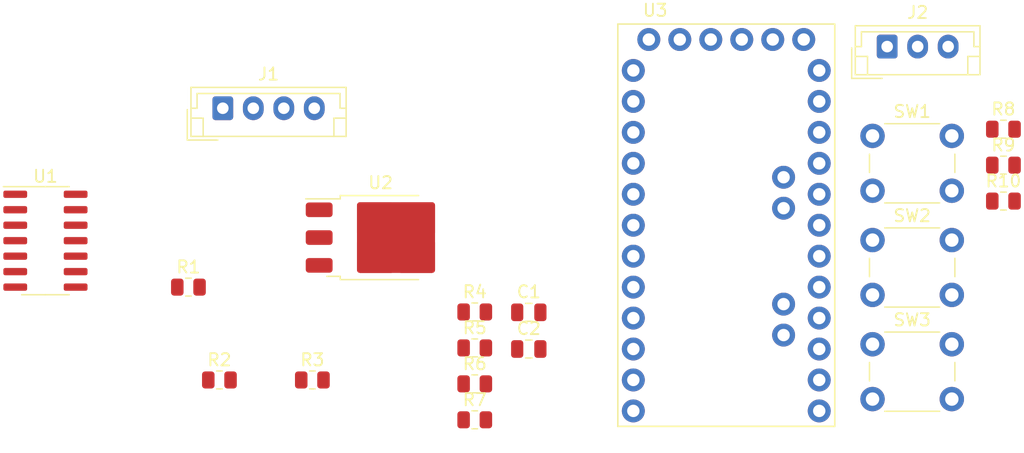
<source format=kicad_pcb>
(kicad_pcb (version 20221018) (generator pcbnew)
  (layers (0 "F.Cu" signal) (31 "B.Cu" signal) (34 "B.Paste" user) (35 "F.Paste" user) (36 "B.SilkS" user "B.Silkscreen") (37 "F.SilkS" user "F.Silkscreen") (38 "B.Mask" user) (39 "F.Mask" user) (44 "Edge.Cuts" user))
  (net 0 "")
  (net 1 "K-Line 2")
  (net 2 "K-Line")
  (net 3 "+12V")
  (net 4 "GND")
  (net 5 "5V")
  (net 6 "RX")
  (net 7 "Net-(U1A-+)")
  (net 8 "Net-(U1A--)")
  (net 9 "Net-(U1B--)")
  (net 10 "TX")
  (net 11 "CLOCK")
  (net 12 "DATA")
  (net 13 "ENABLE")
  (net 17 "BTN-UP")
  (net 18 "BTN-DOWN")
  (net 19 "BTN-ENTER")
  (footprint "Package_TO_SOT_SMD:TO-252-3_TabPin2" (layer "F.Cu") (at 124.065 72.135)
    (fp_text reference "U2" (at 0 -4.5) (layer "F.SilkS"))
    (fp_text value "L7805")
    (fp_line (start -3.31 -3.45) (end -3.31 -3.18) (stroke (width 0.12)) (layer "F.SilkS"))
    (fp_line (start -3.31 -3.18) (end -6.14 -3.18) (stroke (width 0.12)) (layer "F.SilkS"))
    (fp_line (start -3.31 3.18) (end -4.41 3.18) (stroke (width 0.12)) (layer "F.SilkS"))
    (fp_line (start -3.31 3.45) (end -3.31 3.18) (stroke (width 0.12)) (layer "F.SilkS"))
    (fp_line (start 3.11 -3.45) (end -3.31 -3.45) (stroke (width 0.12)) (layer "F.SilkS"))
    (fp_line (start 3.11 3.45) (end -3.31 3.45) (stroke (width 0.12)) (layer "F.SilkS"))
    (pad "1" smd roundrect (at -5.04 -2.28) (size 2.2 1.2) (layers "F.Cu" "F.Paste" "F.Mask") (roundrect_rratio 0.208333) (net 3 "+12V"))
    (pad "2" smd roundrect (at -5.04 0) (size 2.2 1.2) (layers "F.Cu" "F.Paste" "F.Mask") (roundrect_rratio 0.208333) (net 4 "GND"))
    (pad "2" smd roundrect (at -0.415 -1.525) (size 3.05 2.75) (layers "F.Cu" "F.Paste") (roundrect_rratio 0.090909) (net 4 "GND"))
    (pad "2" smd roundrect (at -0.415 1.525) (size 3.05 2.75) (layers "F.Cu" "F.Paste") (roundrect_rratio 0.090909) (net 4 "GND"))
    (pad "2" smd roundrect (at 1.26 0) (size 6.4 5.8) (layers "F.Cu" "F.Mask") (roundrect_rratio 0.043103) (net 4 "GND"))
    (pad "2" smd roundrect (at 2.935 -1.525) (size 3.05 2.75) (layers "F.Cu" "F.Paste") (roundrect_rratio 0.090909) (net 4 "GND"))
    (pad "2" smd roundrect (at 2.935 1.525) (size 3.05 2.75) (layers "F.Cu" "F.Paste") (roundrect_rratio 0.090909) (net 4 "GND"))
    (pad "3" smd roundrect (at -5.04 2.28) (size 2.2 1.2) (layers "F.Cu" "F.Paste" "F.Mask") (roundrect_rratio 0.208333) (net 5 "5V"))
  )
  (footprint "Resistor_SMD:R_0805_2012Metric" (layer "F.Cu") (at 131.78 78.24)
    (fp_text reference "R4" (at 0 -1.65) (layer "F.SilkS"))
    (fp_text value "10k")
    (fp_line (start -0.227064 -0.735) (end 0.227064 -0.735) (stroke (width 0.12)) (layer "F.SilkS"))
    (fp_line (start -0.227064 0.735) (end 0.227064 0.735) (stroke (width 0.12)) (layer "F.SilkS"))
    (pad "1" smd roundrect (at -0.9125 0) (size 1.025 1.4) (layers "F.Cu" "F.Paste" "F.Mask") (roundrect_rratio 0.243902) (net 5 "5V"))
    (pad "2" smd roundrect (at 0.9125 0) (size 1.025 1.4) (layers "F.Cu" "F.Paste" "F.Mask") (roundrect_rratio 0.243902) (net 9 "Net-(U1B--)"))
  )
  (footprint "Resistor_SMD:R_0805_2012Metric" (layer "F.Cu") (at 118.4675 83.82)
    (fp_text reference "R3" (at 0 -1.65) (layer "F.SilkS"))
    (fp_text value "1k")
    (fp_line (start -0.227064 -0.735) (end 0.227064 -0.735) (stroke (width 0.12)) (layer "F.SilkS"))
    (fp_line (start -0.227064 0.735) (end 0.227064 0.735) (stroke (width 0.12)) (layer "F.SilkS"))
    (pad "1" smd roundrect (at -0.9125 0) (size 1.025 1.4) (layers "F.Cu" "F.Paste" "F.Mask") (roundrect_rratio 0.243902) (net 3 "+12V"))
    (pad "2" smd roundrect (at 0.9125 0) (size 1.025 1.4) (layers "F.Cu" "F.Paste" "F.Mask") (roundrect_rratio 0.243902) (net 2 "K-Line"))
  )
  (footprint "Button_Switch_THT:SW_PUSH_6mm" (layer "F.Cu") (at 164.39 63.79)
    (fp_text reference "SW1" (at 3.25 -2) (layer "F.SilkS"))
    (fp_text value "SW_Push")
    (fp_line (start -0.25 1.5) (end -0.25 3) (stroke (width 0.12)) (layer "F.SilkS"))
    (fp_line (start 1 5.5) (end 5.5 5.5) (stroke (width 0.12)) (layer "F.SilkS"))
    (fp_line (start 5.5 -1) (end 1 -1) (stroke (width 0.12)) (layer "F.SilkS"))
    (fp_line (start 6.75 3) (end 6.75 1.5) (stroke (width 0.12)) (layer "F.SilkS"))
    (pad "1" thru_hole circle (at 0 0 90) (size 2 2) (drill 1.1) (layers "*.Cu" "*.Mask") (net 17 "BTN-UP"))
    (pad "1" thru_hole circle (at 6.5 0 90) (size 2 2) (drill 1.1) (layers "*.Cu" "*.Mask") (net 17 "BTN-UP"))
    (pad "2" thru_hole circle (at 0 4.5 90) (size 2 2) (drill 1.1) (layers "*.Cu" "*.Mask") (net 5 "5V"))
    (pad "2" thru_hole circle (at 6.5 4.5 90) (size 2 2) (drill 1.1) (layers "*.Cu" "*.Mask") (net 5 "5V"))
  )
  (footprint "Resistor_SMD:R_0805_2012Metric" (layer "F.Cu") (at 175.12 66.19)
    (fp_text reference "R9" (at 0 -1.65) (layer "F.SilkS"))
    (fp_text value "10k")
    (fp_line (start -0.227064 -0.735) (end 0.227064 -0.735) (stroke (width 0.12)) (layer "F.SilkS"))
    (fp_line (start -0.227064 0.735) (end 0.227064 0.735) (stroke (width 0.12)) (layer "F.SilkS"))
    (pad "1" smd roundrect (at -0.9125 0) (size 1.025 1.4) (layers "F.Cu" "F.Paste" "F.Mask") (roundrect_rratio 0.243902) (net 4 "GND"))
    (pad "2" smd roundrect (at 0.9125 0) (size 1.025 1.4) (layers "F.Cu" "F.Paste" "F.Mask") (roundrect_rratio 0.243902) (net 18 "BTN-DOWN"))
  )
  (footprint "Connector_JST:JST_EH_B4B-EH-A_1x04_P2.50mm_Vertical" (layer "F.Cu") (at 111.125 61.52)
    (fp_text reference "J1" (at 3.75 -2.8) (layer "F.SilkS"))
    (fp_text value "Conn_01x04")
    (fp_line (start -2.91 0.11) (end -2.91 2.61) (stroke (width 0.12)) (layer "F.SilkS"))
    (fp_line (start -2.91 2.61) (end -0.41 2.61) (stroke (width 0.12)) (layer "F.SilkS"))
    (fp_line (start -2.61 -1.71) (end -2.61 2.31) (stroke (width 0.12)) (layer "F.SilkS"))
    (fp_line (start -2.61 0) (end -2.11 0) (stroke (width 0.12)) (layer "F.SilkS"))
    (fp_line (start -2.61 0.81) (end -1.61 0.81) (stroke (width 0.12)) (layer "F.SilkS"))
    (fp_line (start -2.61 2.31) (end 10.11 2.31) (stroke (width 0.12)) (layer "F.SilkS"))
    (fp_line (start -2.11 -1.21) (end 9.61 -1.21) (stroke (width 0.12)) (layer "F.SilkS"))
    (fp_line (start -2.11 0) (end -2.11 -1.21) (stroke (width 0.12)) (layer "F.SilkS"))
    (fp_line (start -1.61 0.81) (end -1.61 2.31) (stroke (width 0.12)) (layer "F.SilkS"))
    (fp_line (start 9.11 0.81) (end 9.11 2.31) (stroke (width 0.12)) (layer "F.SilkS"))
    (fp_line (start 9.61 -1.21) (end 9.61 0) (stroke (width 0.12)) (layer "F.SilkS"))
    (fp_line (start 9.61 0) (end 10.11 0) (stroke (width 0.12)) (layer "F.SilkS"))
    (fp_line (start 10.11 -1.71) (end -2.61 -1.71) (stroke (width 0.12)) (layer "F.SilkS"))
    (fp_line (start 10.11 0.81) (end 9.11 0.81) (stroke (width 0.12)) (layer "F.SilkS"))
    (fp_line (start 10.11 2.31) (end 10.11 -1.71) (stroke (width 0.12)) (layer "F.SilkS"))
    (pad "1" thru_hole roundrect (at 0 0) (size 1.7 1.95) (drill 0.95) (layers "*.Cu" "*.Mask") (roundrect_rratio 0.147059) (net 1 "K-Line 2"))
    (pad "2" thru_hole oval (at 2.5 0) (size 1.7 1.95) (drill 0.95) (layers "*.Cu" "*.Mask") (net 2 "K-Line"))
    (pad "3" thru_hole oval (at 5 0) (size 1.7 1.95) (drill 0.95) (layers "*.Cu" "*.Mask") (net 3 "+12V"))
    (pad "4" thru_hole oval (at 7.5 0) (size 1.7 1.95) (drill 0.95) (layers "*.Cu" "*.Mask") (net 4 "GND"))
  )
  (footprint "Button_Switch_THT:SW_PUSH_6mm" (layer "F.Cu") (at 164.39 72.34)
    (fp_text reference "SW2" (at 3.25 -2) (layer "F.SilkS"))
    (fp_text value "SW_Push")
    (fp_line (start -0.25 1.5) (end -0.25 3) (stroke (width 0.12)) (layer "F.SilkS"))
    (fp_line (start 1 5.5) (end 5.5 5.5) (stroke (width 0.12)) (layer "F.SilkS"))
    (fp_line (start 5.5 -1) (end 1 -1) (stroke (width 0.12)) (layer "F.SilkS"))
    (fp_line (start 6.75 3) (end 6.75 1.5) (stroke (width 0.12)) (layer "F.SilkS"))
    (pad "1" thru_hole circle (at 0 0 90) (size 2 2) (drill 1.1) (layers "*.Cu" "*.Mask") (net 18 "BTN-DOWN"))
    (pad "1" thru_hole circle (at 6.5 0 90) (size 2 2) (drill 1.1) (layers "*.Cu" "*.Mask") (net 18 "BTN-DOWN"))
    (pad "2" thru_hole circle (at 0 4.5 90) (size 2 2) (drill 1.1) (layers "*.Cu" "*.Mask") (net 5 "5V"))
    (pad "2" thru_hole circle (at 6.5 4.5 90) (size 2 2) (drill 1.1) (layers "*.Cu" "*.Mask") (net 5 "5V"))
  )
  (footprint "Capacitor_SMD:C_0805_2012Metric" (layer "F.Cu") (at 136.21 81.28)
    (fp_text reference "C2" (at 0 -1.68) (layer "F.SilkS"))
    (fp_text value "C")
    (fp_line (start -0.261252 -0.735) (end 0.261252 -0.735) (stroke (width 0.12)) (layer "F.SilkS"))
    (fp_line (start -0.261252 0.735) (end 0.261252 0.735) (stroke (width 0.12)) (layer "F.SilkS"))
    (pad "1" smd roundrect (at -0.95 0) (size 1 1.45) (layers "F.Cu" "F.Paste" "F.Mask") (net 5 "5V"))
    (pad "2" smd roundrect (at 0.95 0) (size 1 1.45) (layers "F.Cu" "F.Paste" "F.Mask") (net 4 "GND"))
  )
  (footprint "Capacitor_SMD:C_0805_2012Metric" (layer "F.Cu") (at 136.21 78.27)
    (fp_text reference "C1" (at 0 -1.68) (layer "F.SilkS"))
    (fp_text value "C")
    (fp_line (start -0.261252 -0.735) (end 0.261252 -0.735) (stroke (width 0.12)) (layer "F.SilkS"))
    (fp_line (start -0.261252 0.735) (end 0.261252 0.735) (stroke (width 0.12)) (layer "F.SilkS"))
    (pad "1" smd roundrect (at -0.95 0) (size 1 1.45) (layers "F.Cu" "F.Paste" "F.Mask") (net 3 "+12V"))
    (pad "2" smd roundrect (at 0.95 0) (size 1 1.45) (layers "F.Cu" "F.Paste" "F.Mask") (net 4 "GND"))
  )
  (footprint "Resistor_SMD:R_0805_2012Metric" (layer "F.Cu") (at 110.8475 83.82)
    (fp_text reference "R2" (at 0 -1.65) (layer "F.SilkS"))
    (fp_text value "10k")
    (fp_line (start -0.227064 -0.735) (end 0.227064 -0.735) (stroke (width 0.12)) (layer "F.SilkS"))
    (fp_line (start -0.227064 0.735) (end 0.227064 0.735) (stroke (width 0.12)) (layer "F.SilkS"))
    (pad "1" smd roundrect (at -0.9125 0) (size 1.025 1.4) (layers "F.Cu" "F.Paste" "F.Mask") (roundrect_rratio 0.243902) (net 8 "Net-(U1A--)"))
    (pad "2" smd roundrect (at 0.9125 0) (size 1.025 1.4) (layers "F.Cu" "F.Paste" "F.Mask") (roundrect_rratio 0.243902) (net 4 "GND"))
  )
  (footprint "Resistor_SMD:R_0805_2012Metric" (layer "F.Cu") (at 175.12 63.24)
    (fp_text reference "R8" (at 0 -1.65) (layer "F.SilkS"))
    (fp_text value "10k")
    (fp_line (start -0.227064 -0.735) (end 0.227064 -0.735) (stroke (width 0.12)) (layer "F.SilkS"))
    (fp_line (start -0.227064 0.735) (end 0.227064 0.735) (stroke (width 0.12)) (layer "F.SilkS"))
    (pad "1" smd roundrect (at -0.9125 0) (size 1.025 1.4) (layers "F.Cu" "F.Paste" "F.Mask") (roundrect_rratio 0.243902) (net 4 "GND"))
    (pad "2" smd roundrect (at 0.9125 0) (size 1.025 1.4) (layers "F.Cu" "F.Paste" "F.Mask") (roundrect_rratio 0.243902) (net 17 "BTN-UP"))
  )
  (footprint "Resistor_SMD:R_0805_2012Metric" (layer "F.Cu") (at 131.78 81.19)
    (fp_text reference "R5" (at 0 -1.65) (layer "F.SilkS"))
    (fp_text value "10k")
    (fp_line (start -0.227064 -0.735) (end 0.227064 -0.735) (stroke (width 0.12)) (layer "F.SilkS"))
    (fp_line (start -0.227064 0.735) (end 0.227064 0.735) (stroke (width 0.12)) (layer "F.SilkS"))
    (pad "1" smd roundrect (at -0.9125 0) (size 1.025 1.4) (layers "F.Cu" "F.Paste" "F.Mask") (roundrect_rratio 0.243902) (net 9 "Net-(U1B--)"))
    (pad "2" smd roundrect (at 0.9125 0) (size 1.025 1.4) (layers "F.Cu" "F.Paste" "F.Mask") (roundrect_rratio 0.243902) (net 4 "GND"))
  )
  (footprint "Resistor_SMD:R_0805_2012Metric" (layer "F.Cu") (at 131.78 87.09)
    (fp_text reference "R7" (at 0 -1.65) (layer "F.SilkS"))
    (fp_text value "1k")
    (fp_line (start -0.227064 -0.735) (end 0.227064 -0.735) (stroke (width 0.12)) (layer "F.SilkS"))
    (fp_line (start -0.227064 0.735) (end 0.227064 0.735) (stroke (width 0.12)) (layer "F.SilkS"))
    (pad "1" smd roundrect (at -0.9125 0) (size 1.025 1.4) (layers "F.Cu" "F.Paste" "F.Mask") (roundrect_rratio 0.243902) (net 3 "+12V"))
    (pad "2" smd roundrect (at 0.9125 0) (size 1.025 1.4) (layers "F.Cu" "F.Paste" "F.Mask") (roundrect_rratio 0.243902) (net 7 "Net-(U1A-+)"))
  )
  (footprint "Resistor_SMD:R_0805_2012Metric" (layer "F.Cu") (at 108.3075 76.2)
    (fp_text reference "R1" (at 0 -1.65) (layer "F.SilkS"))
    (fp_text value "10k")
    (fp_line (start -0.227064 -0.735) (end 0.227064 -0.735) (stroke (width 0.12)) (layer "F.SilkS"))
    (fp_line (start -0.227064 0.735) (end 0.227064 0.735) (stroke (width 0.12)) (layer "F.SilkS"))
    (pad "1" smd roundrect (at -0.9125 0) (size 1.025 1.4) (layers "F.Cu" "F.Paste" "F.Mask") (roundrect_rratio 0.243902) (net 3 "+12V"))
    (pad "2" smd roundrect (at 0.9125 0) (size 1.025 1.4) (layers "F.Cu" "F.Paste" "F.Mask") (roundrect_rratio 0.243902) (net 8 "Net-(U1A--)"))
  )
  (footprint "Connector_JST:JST_EH_B3B-EH-A_1x03_P2.50mm_Vertical" (layer "F.Cu") (at 165.59 56.46)
    (fp_text reference "J2" (at 2.5 -2.8) (layer "F.SilkS"))
    (fp_text value "Conn_01x03")
    (fp_line (start -2.91 0.11) (end -2.91 2.61) (stroke (width 0.12)) (layer "F.SilkS"))
    (fp_line (start -2.91 2.61) (end -0.41 2.61) (stroke (width 0.12)) (layer "F.SilkS"))
    (fp_line (start -2.61 -1.71) (end -2.61 2.31) (stroke (width 0.12)) (layer "F.SilkS"))
    (fp_line (start -2.61 0) (end -2.11 0) (stroke (width 0.12)) (layer "F.SilkS"))
    (fp_line (start -2.61 0.81) (end -1.61 0.81) (stroke (width 0.12)) (layer "F.SilkS"))
    (fp_line (start -2.61 2.31) (end 7.61 2.31) (stroke (width 0.12)) (layer "F.SilkS"))
    (fp_line (start -2.11 -1.21) (end 7.11 -1.21) (stroke (width 0.12)) (layer "F.SilkS"))
    (fp_line (start -2.11 0) (end -2.11 -1.21) (stroke (width 0.12)) (layer "F.SilkS"))
    (fp_line (start -1.61 0.81) (end -1.61 2.31) (stroke (width 0.12)) (layer "F.SilkS"))
    (fp_line (start 6.61 0.81) (end 6.61 2.31) (stroke (width 0.12)) (layer "F.SilkS"))
    (fp_line (start 7.11 -1.21) (end 7.11 0) (stroke (width 0.12)) (layer "F.SilkS"))
    (fp_line (start 7.11 0) (end 7.61 0) (stroke (width 0.12)) (layer "F.SilkS"))
    (fp_line (start 7.61 -1.71) (end -2.61 -1.71) (stroke (width 0.12)) (layer "F.SilkS"))
    (fp_line (start 7.61 0.81) (end 6.61 0.81) (stroke (width 0.12)) (layer "F.SilkS"))
    (fp_line (start 7.61 2.31) (end 7.61 -1.71) (stroke (width 0.12)) (layer "F.SilkS"))
    (pad "1" thru_hole roundrect (at 0 0) (size 1.7 1.95) (drill 0.95) (layers "*.Cu" "*.Mask") (roundrect_rratio 0.147059) (net 11 "CLOCK"))
    (pad "2" thru_hole oval (at 2.5 0) (size 1.7 1.95) (drill 0.95) (layers "*.Cu" "*.Mask") (net 12 "DATA"))
    (pad "3" thru_hole oval (at 5 0) (size 1.7 1.95) (drill 0.95) (layers "*.Cu" "*.Mask") (net 13 "ENABLE"))
  )
  (footprint "Button_Switch_THT:SW_PUSH_6mm" (layer "F.Cu") (at 164.39 80.89)
    (fp_text reference "SW3" (at 3.25 -2) (layer "F.SilkS"))
    (fp_text value "SW_Push")
    (fp_line (start -0.25 1.5) (end -0.25 3) (stroke (width 0.12)) (layer "F.SilkS"))
    (fp_line (start 1 5.5) (end 5.5 5.5) (stroke (width 0.12)) (layer "F.SilkS"))
    (fp_line (start 5.5 -1) (end 1 -1) (stroke (width 0.12)) (layer "F.SilkS"))
    (fp_line (start 6.75 3) (end 6.75 1.5) (stroke (width 0.12)) (layer "F.SilkS"))
    (pad "1" thru_hole circle (at 0 0 90) (size 2 2) (drill 1.1) (layers "*.Cu" "*.Mask") (net 19 "BTN-ENTER"))
    (pad "1" thru_hole circle (at 6.5 0 90) (size 2 2) (drill 1.1) (layers "*.Cu" "*.Mask") (net 19 "BTN-ENTER"))
    (pad "2" thru_hole circle (at 0 4.5 90) (size 2 2) (drill 1.1) (layers "*.Cu" "*.Mask") (net 5 "5V"))
    (pad "2" thru_hole circle (at 6.5 4.5 90) (size 2 2) (drill 1.1) (layers "*.Cu" "*.Mask") (net 5 "5V"))
  )
  (footprint "Package_SO:SO-14_3.9x8.65mm_P1.27mm" (layer "F.Cu") (at 96.585 72.39)
    (fp_text reference "U1" (at 0 -5.28) (layer "F.SilkS"))
    (fp_text value "LM339")
    (fp_line (start 0 -4.435) (end -3.45 -4.435) (stroke (width 0.12)) (layer "F.SilkS"))
    (fp_line (start 0 -4.435) (end 1.95 -4.435) (stroke (width 0.12)) (layer "F.SilkS"))
    (fp_line (start 0 4.435) (end -1.95 4.435) (stroke (width 0.12)) (layer "F.SilkS"))
    (fp_line (start 0 4.435) (end 1.95 4.435) (stroke (width 0.12)) (layer "F.SilkS"))
    (pad "1" smd roundrect (at -2.475 -3.81) (size 1.95 0.6) (layers "F.Cu" "F.Paste" "F.Mask") (net 7 "Net-(U1A-+)"))
    (pad "2" smd roundrect (at -2.475 -2.54) (size 1.95 0.6) (layers "F.Cu" "F.Paste" "F.Mask") (net 6 "RX"))
    (pad "3" smd roundrect (at -2.475 -1.27) (size 1.95 0.6) (layers "F.Cu" "F.Paste" "F.Mask") (net 4 "GND"))
    (pad "4" smd roundrect (at -2.475 0) (size 1.95 0.6) (layers "F.Cu" "F.Paste" "F.Mask") (net 8 "Net-(U1A--)"))
    (pad "5" smd roundrect (at -2.475 1.27) (size 1.95 0.6) (layers "F.Cu" "F.Paste" "F.Mask") (net 7 "Net-(U1A-+)"))
    (pad "6" smd roundrect (at -2.475 2.54) (size 1.95 0.6) (layers "F.Cu" "F.Paste" "F.Mask") (net 9 "Net-(U1B--)"))
    (pad "7" smd roundrect (at -2.475 3.81) (size 1.95 0.6) (layers "F.Cu" "F.Paste" "F.Mask") (net 10 "TX"))
    (pad "8" smd roundrect (at 2.475 3.81) (size 1.95 0.6) (layers "F.Cu" "F.Paste" "F.Mask") (net 9 "Net-(U1B--)"))
    (pad "9" smd roundrect (at 2.475 2.54) (size 1.95 0.6) (layers "F.Cu" "F.Paste" "F.Mask") (net 10 "TX"))
    (pad "10" smd roundrect (at 2.475 1.27) (size 1.95 0.6) (layers "F.Cu" "F.Paste" "F.Mask") (net 8 "Net-(U1A--)"))
    (pad "11" smd roundrect (at 2.475 0) (size 1.95 0.6) (layers "F.Cu" "F.Paste" "F.Mask") (net 2 "K-Line"))
    (pad "12" smd roundrect (at 2.475 -1.27) (size 1.95 0.6) (layers "F.Cu" "F.Paste" "F.Mask") (net 3 "+12V"))
    (pad "13" smd roundrect (at 2.475 -2.54) (size 1.95 0.6) (layers "F.Cu" "F.Paste" "F.Mask") (net 6 "RX"))
    (pad "14" smd roundrect (at 2.475 -3.81) (size 1.95 0.6) (layers "F.Cu" "F.Paste" "F.Mask") (net 2 "K-Line"))
  )
  (footprint "Pro_Mini:MODULE_ARDUINO_PRO_MINI" (layer "F.Cu") (at 152.4 71.12)
    (fp_text reference "U3" (at -5.825 -17.635) (layer "F.SilkS"))
    (fp_text value "ARDUINO_PRO_MINI")
    (fp_line (start -8.89 -16.51) (end -8.89 16.51) (stroke (width 0.127)) (layer "F.SilkS"))
    (fp_line (start -8.89 16.51) (end 8.89 16.51) (stroke (width 0.127)) (layer "F.SilkS"))
    (fp_line (start 8.89 -16.51) (end -8.89 -16.51) (stroke (width 0.127)) (layer "F.SilkS"))
    (fp_line (start 8.89 16.51) (end 8.89 -16.51) (stroke (width 0.127)) (layer "F.SilkS"))
    (pad "JP1_1" thru_hole circle (at 6.35 -15.24) (size 1.8796 1.8796) (drill 1.016) (layers "*.Cu" "*.Mask"))
    (pad "JP1_2" thru_hole circle (at 3.81 -15.24) (size 1.8796 1.8796) (drill 1.016) (layers "*.Cu" "*.Mask"))
    (pad "JP1_3" thru_hole circle (at 1.27 -15.24) (size 1.8796 1.8796) (drill 1.016) (layers "*.Cu" "*.Mask"))
    (pad "JP1_4" thru_hole circle (at -1.27 -15.24) (size 1.8796 1.8796) (drill 1.016) (layers "*.Cu" "*.Mask") (net 5 "5V"))
    (pad "JP1_5" thru_hole circle (at -3.81 -15.24) (size 1.8796 1.8796) (drill 1.016) (layers "*.Cu" "*.Mask") (net 4 "GND"))
    (pad "JP1_6" thru_hole circle (at -6.35 -15.24) (size 1.8796 1.8796) (drill 1.016) (layers "*.Cu" "*.Mask") (net 4 "GND"))
    (pad "JP2_1" thru_hole circle (at 4.699 -1.397) (size 1.8796 1.8796) (drill 1.016) (layers "*.Cu" "*.Mask"))
    (pad "JP2_2" thru_hole circle (at 4.699 -3.937) (size 1.8796 1.8796) (drill 1.016) (layers "*.Cu" "*.Mask"))
    (pad "JP3_1" thru_hole circle (at 4.699 9.017) (size 1.8796 1.8796) (drill 1.016) (layers "*.Cu" "*.Mask"))
    (pad "JP3_2" thru_hole circle (at 4.699 6.477) (size 1.8796 1.8796) (drill 1.016) (layers "*.Cu" "*.Mask"))
    (pad "JP6_1" thru_hole circle (at 7.62 -12.7) (size 1.8796 1.8796) (drill 1.016) (layers "*.Cu" "*.Mask"))
    (pad "JP6_2" thru_hole circle (at 7.62 -10.16) (size 1.8796 1.8796) (drill 1.016) (layers "*.Cu" "*.Mask") (net 4 "GND"))
    (pad "JP6_3" thru_hole circle (at 7.62 -7.62) (size 1.8796 1.8796) (drill 1.016) (layers "*.Cu" "*.Mask"))
    (pad "JP6_4" thru_hole circle (at 7.62 -5.08) (size 1.8796 1.8796) (drill 1.016) (layers "*.Cu" "*.Mask") (net 5 "5V"))
    (pad "JP6_5" thru_hole circle (at 7.62 -2.54) (size 1.8796 1.8796) (drill 1.016) (layers "*.Cu" "*.Mask"))
    (pad "JP6_6" thru_hole circle (at 7.62 0) (size 1.8796 1.8796) (drill 1.016) (layers "*.Cu" "*.Mask"))
    (pad "JP6_7" thru_hole circle (at 7.62 2.54) (size 1.8796 1.8796) (drill 1.016) (layers "*.Cu" "*.Mask"))
    (pad "JP6_8" thru_hole circle (at 7.62 5.08) (size 1.8796 1.8796) (drill 1.016) (layers "*.Cu" "*.Mask"))
    (pad "JP6_9" thru_hole circle (at 7.62 7.62) (size 1.8796 1.8796) (drill 1.016) (layers "*.Cu" "*.Mask"))
    (pad "JP6_10" thru_hole circle (at 7.62 10.16) (size 1.8796 1.8796) (drill 1.016) (layers "*.Cu" "*.Mask"))
    (pad "JP6_11" thru_hole circle (at 7.62 12.7) (size 1.8796 1.8796) (drill 1.016) (layers "*.Cu" "*.Mask"))
    (pad "JP6_12" thru_hole circle (at 7.62 15.24) (size 1.8796 1.8796) (drill 1.016) (layers "*.Cu" "*.Mask"))
    (pad "JP7_1" thru_hole circle (at -7.62 15.24) (size 1.8796 1.8796) (drill 1.016) (layers "*.Cu" "*.Mask") (net 17 "BTN-UP"))
    (pad "JP7_2" thru_hole circle (at -7.62 12.7) (size 1.8796 1.8796) (drill 1.016) (layers "*.Cu" "*.Mask") (net 18 "BTN-DOWN"))
    (pad "JP7_3" thru_hole circle (at -7.62 10.16) (size 1.8796 1.8796) (drill 1.016) (layers "*.Cu" "*.Mask") (net 19 "BTN-ENTER"))
    (pad "JP7_4" thru_hole circle (at -7.62 7.62) (size 1.8796 1.8796) (drill 1.016) (layers "*.Cu" "*.Mask") (net 13 "ENABLE"))
    (pad "JP7_5" thru_hole circle (at -7.62 5.08) (size 1.8796 1.8796) (drill 1.016) (layers "*.Cu" "*.Mask") (net 12 "DATA"))
    (pad "JP7_6" thru_hole circle (at -7.62 2.54) (size 1.8796 1.8796) (drill 1.016) (layers "*.Cu" "*.Mask") (net 11 "CLOCK"))
    (pad "JP7_7" thru_hole circle (at -7.62 0) (size 1.8796 1.8796) (drill 1.016) (layers "*.Cu" "*.Mask") (net 10 "TX"))
    (pad "JP7_8" thru_hole circle (at -7.62 -2.54) (size 1.8796 1.8796) (drill 1.016) (layers "*.Cu" "*.Mask") (net 6 "RX"))
    (pad "JP7_9" thru_hole circle (at -7.62 -5.08) (size 1.8796 1.8796) (drill 1.016) (layers "*.Cu" "*.Mask") (net 4 "GND"))
    (pad "JP7_10" thru_hole circle (at -7.62 -7.62) (size 1.8796 1.8796) (drill 1.016) (layers "*.Cu" "*.Mask"))
    (pad "JP7_11" thru_hole circle (at -7.62 -10.16) (size 1.8796 1.8796) (drill 1.016) (layers "*.Cu" "*.Mask"))
    (pad "JP7_12" thru_hole circle (at -7.62 -12.7) (size 1.8796 1.8796) (drill 1.016) (layers "*.Cu" "*.Mask"))
  )
  (footprint "Resistor_SMD:R_0805_2012Metric" (layer "F.Cu") (at 131.78 84.14)
    (fp_text reference "R6" (at 0 -1.65) (layer "F.SilkS"))
    (fp_text value "5.6k")
    (fp_line (start -0.227064 -0.735) (end 0.227064 -0.735) (stroke (width 0.12)) (layer "F.SilkS"))
    (fp_line (start -0.227064 0.735) (end 0.227064 0.735) (stroke (width 0.12)) (layer "F.SilkS"))
    (pad "1" smd roundrect (at -0.9125 0) (size 1.025 1.4) (layers "F.Cu" "F.Paste" "F.Mask") (roundrect_rratio 0.243902) (net 5 "5V"))
    (pad "2" smd roundrect (at 0.9125 0) (size 1.025 1.4) (layers "F.Cu" "F.Paste" "F.Mask") (roundrect_rratio 0.243902) (net 6 "RX"))
  )
  (footprint "Resistor_SMD:R_0805_2012Metric" (layer "F.Cu") (at 175.12 69.14)
    (fp_text reference "R10" (at 0 -1.65) (layer "F.SilkS"))
    (fp_text value "10k")
    (fp_line (start -0.227064 -0.735) (end 0.227064 -0.735) (stroke (width 0.12)) (layer "F.SilkS"))
    (fp_line (start -0.227064 0.735) (end 0.227064 0.735) (stroke (width 0.12)) (layer "F.SilkS"))
    (pad "1" smd roundrect (at -0.9125 0) (size 1.025 1.4) (layers "F.Cu" "F.Paste" "F.Mask") (roundrect_rratio 0.243902) (net 4 "GND"))
    (pad "2" smd roundrect (at 0.9125 0) (size 1.025 1.4) (layers "F.Cu" "F.Paste" "F.Mask") (roundrect_rratio 0.243902) (net 19 "BTN-ENTER"))
  )
)
</source>
